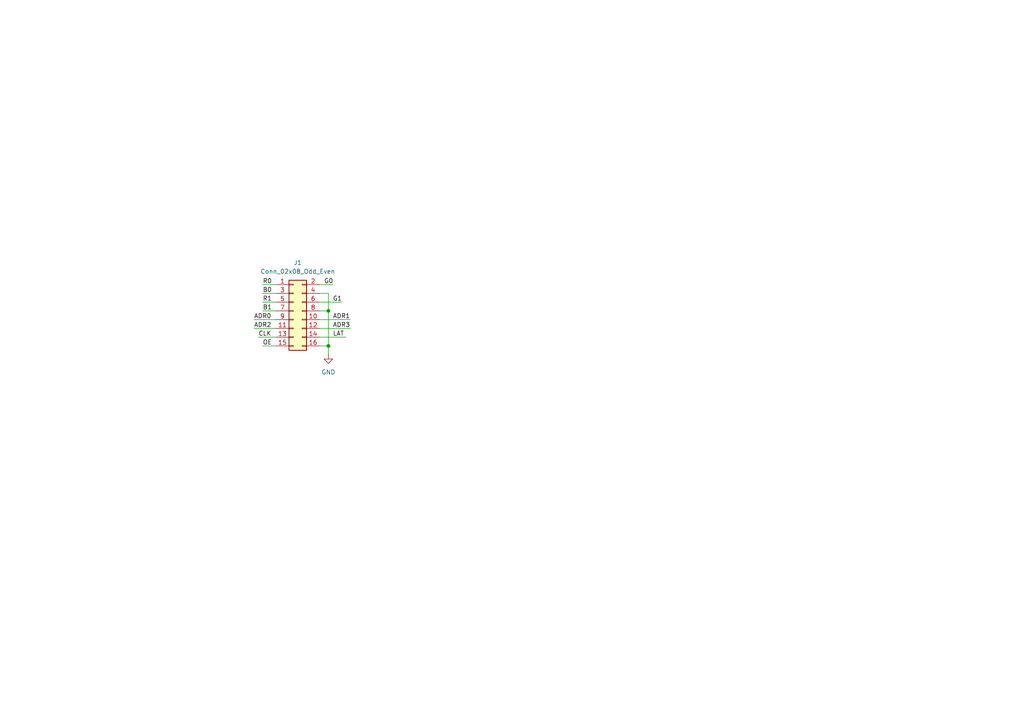
<source format=kicad_sch>
(kicad_sch (version 20231120) (generator "eeschema") (generator_version "8.0")
  (paper "A4")
  (lib_symbols
    (symbol "Connector_Generic:Conn_02x08_Odd_Even" (pin_names (offset 1.016) hide)
      (property "Reference" "J" (at 1.27 10.16 0))
      (property "Value" "Conn_02x08_Odd_Even" (at 1.27 -12.7 0))
      (symbol "Conn_02x08_Odd_Even_1_1"
        (rectangle (start -1.27 -10.033) (end 0 -10.287) (stroke (width 0.1524)))
        (rectangle (start -1.27 -7.493) (end 0 -7.747) (stroke (width 0.1524)))
        (rectangle (start -1.27 -4.953) (end 0 -5.207) (stroke (width 0.1524)))
        (rectangle (start -1.27 -2.413) (end 0 -2.667) (stroke (width 0.1524)))
        (rectangle (start -1.27 0.127) (end 0 -0.127) (stroke (width 0.1524)))
        (rectangle (start -1.27 2.667) (end 0 2.413) (stroke (width 0.1524)))
        (rectangle (start -1.27 5.207) (end 0 4.953) (stroke (width 0.1524)))
        (rectangle (start -1.27 7.747) (end 0 7.493) (stroke (width 0.1524)))
        (rectangle (start -1.27 8.89) (end 3.81 -11.43) (stroke (width 0.254)) (fill (type background)))
        (rectangle (start 3.81 -10.033) (end 2.54 -10.287) (stroke (width 0.1524)))
        (rectangle (start 3.81 -7.493) (end 2.54 -7.747) (stroke (width 0.1524)))
        (rectangle (start 3.81 -4.953) (end 2.54 -5.207) (stroke (width 0.1524)))
        (rectangle (start 3.81 -2.413) (end 2.54 -2.667) (stroke (width 0.1524)))
        (rectangle (start 3.81 0.127) (end 2.54 -0.127) (stroke (width 0.1524)))
        (rectangle (start 3.81 2.667) (end 2.54 2.413) (stroke (width 0.1524)))
        (rectangle (start 3.81 5.207) (end 2.54 4.953) (stroke (width 0.1524)))
        (rectangle (start 3.81 7.747) (end 2.54 7.493) (stroke (width 0.1524)))
        (pin passive line (at -5.08 7.62 0) (length 3.81) (name "Pin_1") (number "1"))
        (pin passive line (at 7.62 -2.54 180) (length 3.81) (name "Pin_10") (number "10"))
        (pin passive line (at -5.08 -5.08 0) (length 3.81) (name "Pin_11") (number "11"))
        (pin passive line (at 7.62 -5.08 180) (length 3.81) (name "Pin_12") (number "12"))
        (pin passive line (at -5.08 -7.62 0) (length 3.81) (name "Pin_13") (number "13"))
        (pin passive line (at 7.62 -7.62 180) (length 3.81) (name "Pin_14") (number "14"))
        (pin passive line (at -5.08 -10.16 0) (length 3.81) (name "Pin_15") (number "15"))
        (pin passive line (at 7.62 -10.16 180) (length 3.81) (name "Pin_16") (number "16"))
        (pin passive line (at 7.62 7.62 180) (length 3.81) (name "Pin_2") (number "2"))
        (pin passive line (at -5.08 5.08 0) (length 3.81) (name "Pin_3") (number "3"))
        (pin passive line (at 7.62 5.08 180) (length 3.81) (name "Pin_4") (number "4"))
        (pin passive line (at -5.08 2.54 0) (length 3.81) (name "Pin_5") (number "5"))
        (pin passive line (at 7.62 2.54 180) (length 3.81) (name "Pin_6") (number "6"))
        (pin passive line (at -5.08 0 0) (length 3.81) (name "Pin_7") (number "7"))
        (pin passive line (at 7.62 0 180) (length 3.81) (name "Pin_8") (number "8"))
        (pin passive line (at -5.08 -2.54 0) (length 3.81) (name "Pin_9") (number "9"))
      )
    )
    (symbol "power:GND" (power) (pin_numbers hide) (pin_names (offset 0) hide)
      (property "Value" "GND" (at 0 -3.81 0))
      (symbol "GND_0_1"
        (polyline (pts (xy 0 0) (xy 0 -1.27) (xy 1.27 -1.27) (xy 0 -2.54) (xy -1.27 -1.27) (xy 0 -1.27)))
      )
      (symbol "GND_1_1"
        (pin power_in line (at 0 0 270) (length 0) (name "~") (number "1"))
      )
    )
  )
  (junction (at 95.25 100.33))
  (junction (at 95.25 90.17))
  (wire (pts (xy 95.25 100.33) (xy 92.71 100.33)))
  (wire (pts (xy 92.71 82.55) (xy 96.52 82.55)))
  (wire (pts (xy 76.2 82.55) (xy 80.01 82.55)))
  (wire (pts (xy 95.25 85.09) (xy 92.71 85.09)))
  (wire (pts (xy 95.25 90.17) (xy 95.25 100.33)))
  (wire (pts (xy 76.2 100.33) (xy 80.01 100.33)))
  (wire (pts (xy 95.25 102.87) (xy 95.25 100.33)))
  (wire (pts (xy 76.2 85.09) (xy 80.01 85.09)))
  (wire (pts (xy 73.66 95.25) (xy 80.01 95.25)))
  (wire (pts (xy 92.71 87.63) (xy 99.06 87.63)))
  (wire (pts (xy 74.93 97.79) (xy 80.01 97.79)))
  (wire (pts (xy 92.71 92.71) (xy 101.6 92.71)))
  (wire (pts (xy 76.2 90.17) (xy 80.01 90.17)))
  (wire (pts (xy 95.25 85.09) (xy 95.25 90.17)))
  (wire (pts (xy 76.2 87.63) (xy 80.01 87.63)))
  (wire (pts (xy 73.66 92.71) (xy 80.01 92.71)))
  (wire (pts (xy 92.71 97.79) (xy 100.33 97.79)))
  (wire (pts (xy 92.71 95.25) (xy 101.6 95.25)))
  (wire (pts (xy 92.71 90.17) (xy 95.25 90.17)))
  (label "CLK" (at 74.93 97.79 0))
  (label "OE" (at 76.2 100.33 0))
  (label "G1" (at 96.52 87.63 0))
  (label "R0" (at 76.2 82.55 0))
  (label "ADR1" (at 96.52 92.71 0))
  (label "LAT" (at 96.52 97.79 0))
  (label "R1" (at 76.2 87.63 0))
  (label "G0" (at 93.98 82.55 0))
  (label "ADR2" (at 73.66 95.25 0))
  (label "B1" (at 76.2 90.17 0))
  (label "ADR3" (at 96.52 95.25 0))
  (label "B0" (at 76.2 85.09 0))
  (label "ADR0" (at 73.66 92.71 0))
  (symbol (lib_id "Connector_Generic:Conn_02x08_Odd_Even") (at 85.09 90.17 0) (unit 1)
    (property "Reference" "J1" (at 86.36 76.2 0))
    (property "Value" "Conn_02x08_Odd_Even" (at 86.36 78.74 0))
    (property "Description" "Generic connector, double row, 02x08, odd/even pin numbering scheme (row 1 odd numbers, row 2 even numbers), script generated (kicad-library-utils/schlib/autogen/connector/)" (effects (hide yes)))
  )
  (symbol (lib_id "power:GND") (at 95.25 102.87 0) (unit 1)
    (property "Reference" "#PWR01" (effects (hide yes)))
    (property "Value" "GND" (at 95.25 107.95 0))
    (property "Description" "Power symbol creates a global label with name \"GND\" , ground" (effects (hide yes)))
  )
)
</source>
